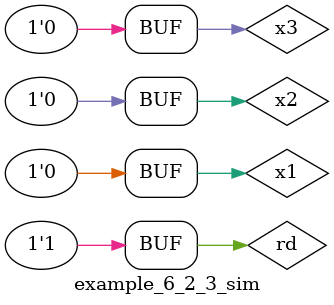
<source format=v>

`timescale 1ns / 1ps	

module example_6_2_3_sim();

    reg x1, x2, x3;
    reg y2, y1;
    wire z;
    reg rd; 
    wire ny2, ny1;
    reg y2n, y1n;
                               
    example_6_2_3 U(.x1(x1), .x2(x2), .x3(x3), .y2(y2), .y1(y1), .rd(rd), .ny2(ny2), .ny1(ny1), .z(z));

    initial begin
         #0
         y2=0;
         y2n=1;
         y1=0;
         y1n=1;
         x1=0;
         x2=0;
         x3=0;
         rd=0;

         #5000
         rd=1;

         #15000
         x1=1;

         #10000
         x1=0;

         #20000 
         x2=1;

         #10000 
         x2=0;

         #20000 
         x1=1;

         #10000 
         x1=0;

         #20000 
         x3=1;

         #10000 
         x3=0;

         #20000 
         x1=1;

         #10000 
         x1=0;

         #20000 
         x2=1;

         #10000 
         x2=0;

         #20000 
         x3=1;

         #10000 
         x3=0;

         #20000 
         x1=1;

         #10000 
         x1=0;

         #20000 
         x3=1;

         #10000 
         x3=0;

         #20000 
         x2=1;

         #10000 
         x2=0;
    end

    always #1 begin y2 <= ny2; y2n <= ~ny2; y1 <= ny1; y1n <= ~ny1; end
    
endmodule
</source>
